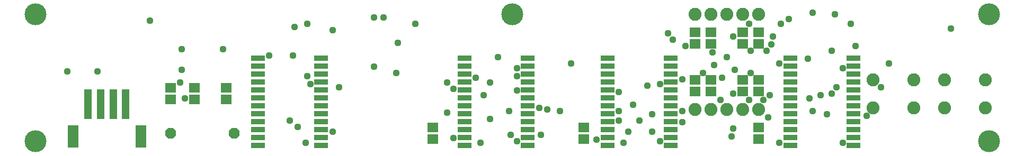
<source format=gbs>
G75*
G70*
%OFA0B0*%
%FSLAX24Y24*%
%IPPOS*%
%LPD*%
%AMOC8*
5,1,8,0,0,1.08239X$1,22.5*
%
%ADD10R,0.0880X0.0340*%
%ADD11R,0.0671X0.0592*%
%ADD12R,0.0474X0.1891*%
%ADD13R,0.0710X0.1419*%
%ADD14C,0.0820*%
%ADD15C,0.1380*%
%ADD16OC8,0.0680*%
%ADD17C,0.0440*%
D10*
X015256Y001385D03*
X015256Y001885D03*
X015256Y002385D03*
X015256Y002885D03*
X015256Y003385D03*
X015256Y003885D03*
X015256Y004385D03*
X015256Y004885D03*
X015256Y005385D03*
X015256Y005885D03*
X015256Y006385D03*
X015256Y006885D03*
X019216Y006885D03*
X019216Y006385D03*
X019216Y005885D03*
X019216Y005385D03*
X019216Y004885D03*
X019216Y004385D03*
X019216Y003885D03*
X019216Y003385D03*
X019216Y002885D03*
X019216Y002385D03*
X019216Y001885D03*
X019216Y001385D03*
X028256Y001385D03*
X028256Y001885D03*
X028256Y002385D03*
X028256Y002885D03*
X028256Y003385D03*
X028256Y003885D03*
X028256Y004385D03*
X028256Y004885D03*
X028256Y005385D03*
X028256Y005885D03*
X028256Y006385D03*
X028256Y006885D03*
X032216Y006885D03*
X032216Y006385D03*
X032216Y005885D03*
X032216Y005385D03*
X032216Y004885D03*
X032216Y004385D03*
X032216Y003885D03*
X032216Y003385D03*
X032216Y002885D03*
X032216Y002385D03*
X032216Y001885D03*
X032216Y001385D03*
X037256Y001385D03*
X037256Y001885D03*
X037256Y002385D03*
X037256Y002885D03*
X037256Y003385D03*
X037256Y003885D03*
X037256Y004385D03*
X037256Y004885D03*
X037256Y005385D03*
X037256Y005885D03*
X037256Y006385D03*
X037256Y006885D03*
X041216Y006885D03*
X041216Y006385D03*
X041216Y005885D03*
X041216Y005385D03*
X041216Y004885D03*
X041216Y004385D03*
X041216Y003885D03*
X041216Y003385D03*
X041216Y002885D03*
X041216Y002385D03*
X041216Y001885D03*
X041216Y001385D03*
X048756Y001385D03*
X048756Y001885D03*
X048756Y002385D03*
X048756Y002885D03*
X048756Y003385D03*
X048756Y003885D03*
X048756Y004385D03*
X048756Y004885D03*
X048756Y005385D03*
X048756Y005885D03*
X048756Y006385D03*
X048756Y006885D03*
X052716Y006885D03*
X052716Y006385D03*
X052716Y005885D03*
X052716Y005385D03*
X052716Y004885D03*
X052716Y004385D03*
X052716Y003885D03*
X052716Y003385D03*
X052716Y002885D03*
X052716Y002385D03*
X052716Y001885D03*
X052716Y001385D03*
D11*
X046736Y001761D03*
X046736Y002509D03*
X035736Y002509D03*
X035736Y001761D03*
X026236Y001761D03*
X026236Y002509D03*
X013236Y004261D03*
X011236Y004261D03*
X009736Y004261D03*
X009736Y005009D03*
X011236Y005009D03*
X013236Y005009D03*
X042736Y004761D03*
X043736Y004761D03*
X045736Y004761D03*
X046736Y004761D03*
X046736Y005509D03*
X045736Y005509D03*
X043736Y005509D03*
X042736Y005509D03*
X042736Y007761D03*
X043736Y007761D03*
X045736Y007761D03*
X046736Y007761D03*
X046736Y008509D03*
X045736Y008509D03*
X043736Y008509D03*
X042736Y008509D03*
D12*
X006917Y003985D03*
X006129Y003985D03*
X005342Y003985D03*
X004555Y003985D03*
D13*
X003610Y001938D03*
X007862Y001938D03*
D14*
X042736Y003635D03*
X043736Y003635D03*
X044736Y003635D03*
X045736Y003635D03*
X046736Y003635D03*
X053956Y003745D03*
X056516Y003745D03*
X058456Y003745D03*
X061016Y003745D03*
X061016Y005525D03*
X058456Y005525D03*
X056516Y005525D03*
X053956Y005525D03*
X046736Y009635D03*
X045736Y009635D03*
X044736Y009635D03*
X043736Y009635D03*
X042736Y009635D03*
D15*
X001236Y001635D03*
X001236Y009635D03*
X031236Y009635D03*
X061236Y009635D03*
X061236Y001635D03*
D16*
X013736Y002135D03*
X009736Y002135D03*
D17*
X017236Y002935D03*
X017736Y002535D03*
X019936Y002235D03*
X018236Y001535D03*
X027536Y001835D03*
X029236Y001535D03*
X031536Y001635D03*
X031136Y002035D03*
X033036Y002035D03*
X036536Y001735D03*
X038236Y001535D03*
X040536Y001635D03*
X040036Y002235D03*
X038536Y002235D03*
X041936Y002835D03*
X040036Y003335D03*
X039236Y002935D03*
X037936Y002935D03*
X037936Y003535D03*
X038836Y003935D03*
X041936Y003535D03*
X044336Y004235D03*
X046136Y004235D03*
X047036Y004235D03*
X047436Y004535D03*
X045136Y004635D03*
X049936Y004335D03*
X050636Y004535D03*
X051336Y004635D03*
X051636Y005035D03*
X054436Y005035D03*
X052036Y006235D03*
X054936Y006535D03*
X051336Y007335D03*
X052836Y007635D03*
X049836Y006835D03*
X048036Y006535D03*
X045236Y006135D03*
X046236Y005935D03*
X044436Y005635D03*
X043236Y005935D03*
X041936Y005535D03*
X040536Y005235D03*
X039736Y005135D03*
X037936Y004735D03*
X032936Y003735D03*
X033436Y003635D03*
X034236Y003535D03*
X031036Y003535D03*
X029836Y003035D03*
X027136Y003435D03*
X029436Y004535D03*
X027536Y004935D03*
X027136Y005335D03*
X028936Y005635D03*
X029836Y005335D03*
X031536Y005735D03*
X031536Y006235D03*
X034936Y006535D03*
X030336Y006935D03*
X024036Y007835D03*
X019936Y008635D03*
X017536Y008835D03*
X018336Y009035D03*
X022536Y009435D03*
X023136Y009435D03*
X025136Y009035D03*
X017436Y007035D03*
X015936Y007035D03*
X013036Y007435D03*
X010436Y007435D03*
X010436Y006135D03*
X010336Y005335D03*
X005136Y006035D03*
X003236Y006035D03*
X010636Y004335D03*
X018536Y005235D03*
X020336Y005035D03*
X018336Y005735D03*
X022536Y006335D03*
X023936Y005935D03*
X031536Y004835D03*
X043936Y006435D03*
X044736Y006935D03*
X043836Y007235D03*
X042136Y007635D03*
X041336Y008035D03*
X041036Y008435D03*
X045136Y008235D03*
X047636Y008235D03*
X047536Y007735D03*
X047236Y007335D03*
X046236Y007335D03*
X046136Y009035D03*
X048136Y009035D03*
X048636Y009335D03*
X050136Y009735D03*
X051536Y009635D03*
X052536Y009035D03*
X058836Y008735D03*
X050136Y003535D03*
X051036Y003335D03*
X053536Y003235D03*
X047336Y003135D03*
X045136Y002435D03*
X045036Y001935D03*
X048036Y001535D03*
X052036Y001535D03*
X008436Y009235D03*
M02*

</source>
